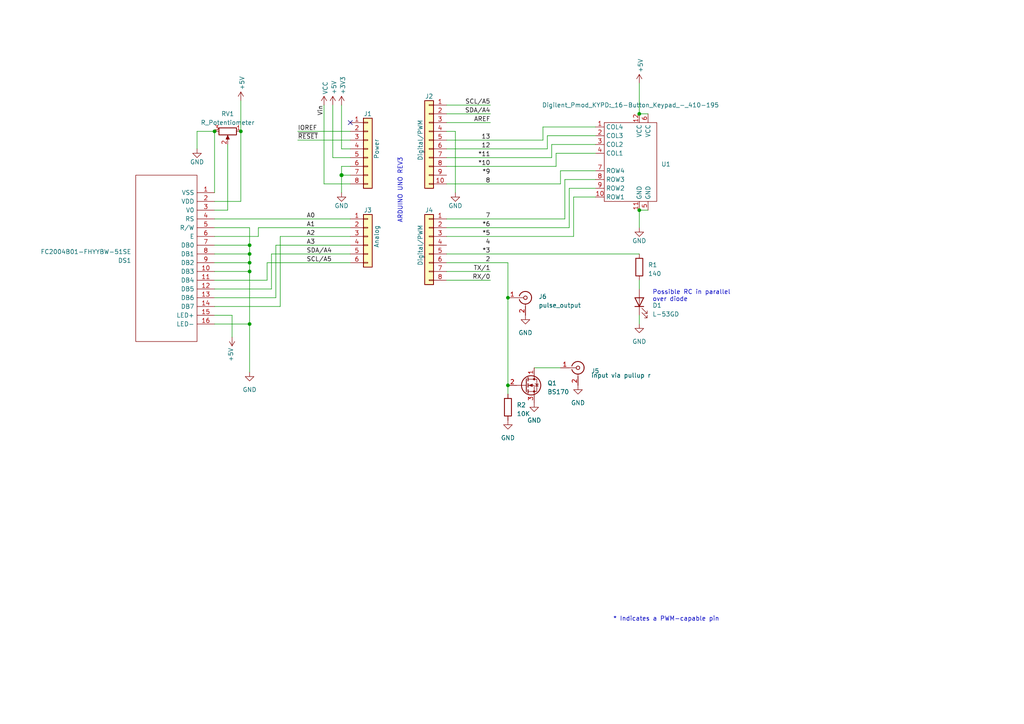
<source format=kicad_sch>
(kicad_sch (version 20230121) (generator eeschema)
  (paper "A4")
  (title_block (date "mar. 31 mars 2015"))
  (lib_symbols
    (symbol "Connector:Conn_Coaxial" (pin_names (offset 1.016) hide)
      (property "Reference" "J" (at 0.254 3.048 0))
      (property "Value" "Conn_Coaxial" (at 2.921 0 90))
      (symbol "Conn_Coaxial_0_1"
        (arc (start -1.778 -0.508) (mid 0.2311 -1.8066) (end 1.778 0) (stroke (width 0.254)))
        (polyline (pts (xy -2.54 0) (xy -0.508 0)))
        (polyline (pts (xy 0 -2.54) (xy 0 -1.778)))
        (circle (center 0 0) (radius 0.508) (stroke (width 0.2032)))
        (arc (start 1.778 0) (mid 0.2099 1.8101) (end -1.778 0.508) (stroke (width 0.254)))
      )
      (symbol "Conn_Coaxial_1_1"
        (pin passive line (at -5.08 0 0) (length 2.54) (name "In") (number "1"))
        (pin passive line (at 0 -5.08 90) (length 2.54) (name "Ext") (number "2"))
      )
    )
    (symbol "Connector_Generic:Conn_01x06" (pin_names (offset 1.016) hide)
      (property "Reference" "J" (at 0 7.62 0))
      (property "Value" "Conn_01x06" (at 0 -10.16 0))
      (symbol "Conn_01x06_1_1"
        (rectangle (start -1.27 -7.493) (end 0 -7.747) (stroke (width 0.1524)))
        (rectangle (start -1.27 -4.953) (end 0 -5.207) (stroke (width 0.1524)))
        (rectangle (start -1.27 -2.413) (end 0 -2.667) (stroke (width 0.1524)))
        (rectangle (start -1.27 0.127) (end 0 -0.127) (stroke (width 0.1524)))
        (rectangle (start -1.27 2.667) (end 0 2.413) (stroke (width 0.1524)))
        (rectangle (start -1.27 5.207) (end 0 4.953) (stroke (width 0.1524)))
        (rectangle (start -1.27 6.35) (end 1.27 -8.89) (stroke (width 0.254)) (fill (type background)))
        (pin passive line (at -5.08 5.08 0) (length 3.81) (name "Pin_1") (number "1"))
        (pin passive line (at -5.08 2.54 0) (length 3.81) (name "Pin_2") (number "2"))
        (pin passive line (at -5.08 0 0) (length 3.81) (name "Pin_3") (number "3"))
        (pin passive line (at -5.08 -2.54 0) (length 3.81) (name "Pin_4") (number "4"))
        (pin passive line (at -5.08 -5.08 0) (length 3.81) (name "Pin_5") (number "5"))
        (pin passive line (at -5.08 -7.62 0) (length 3.81) (name "Pin_6") (number "6"))
      )
    )
    (symbol "Connector_Generic:Conn_01x08" (pin_names (offset 1.016) hide)
      (property "Reference" "J" (at 0 10.16 0))
      (property "Value" "Conn_01x08" (at 0 -12.7 0))
      (symbol "Conn_01x08_1_1"
        (rectangle (start -1.27 -10.033) (end 0 -10.287) (stroke (width 0.1524)))
        (rectangle (start -1.27 -7.493) (end 0 -7.747) (stroke (width 0.1524)))
        (rectangle (start -1.27 -4.953) (end 0 -5.207) (stroke (width 0.1524)))
        (rectangle (start -1.27 -2.413) (end 0 -2.667) (stroke (width 0.1524)))
        (rectangle (start -1.27 0.127) (end 0 -0.127) (stroke (width 0.1524)))
        (rectangle (start -1.27 2.667) (end 0 2.413) (stroke (width 0.1524)))
        (rectangle (start -1.27 5.207) (end 0 4.953) (stroke (width 0.1524)))
        (rectangle (start -1.27 7.747) (end 0 7.493) (stroke (width 0.1524)))
        (rectangle (start -1.27 8.89) (end 1.27 -11.43) (stroke (width 0.254)) (fill (type background)))
        (pin passive line (at -5.08 7.62 0) (length 3.81) (name "Pin_1") (number "1"))
        (pin passive line (at -5.08 5.08 0) (length 3.81) (name "Pin_2") (number "2"))
        (pin passive line (at -5.08 2.54 0) (length 3.81) (name "Pin_3") (number "3"))
        (pin passive line (at -5.08 0 0) (length 3.81) (name "Pin_4") (number "4"))
        (pin passive line (at -5.08 -2.54 0) (length 3.81) (name "Pin_5") (number "5"))
        (pin passive line (at -5.08 -5.08 0) (length 3.81) (name "Pin_6") (number "6"))
        (pin passive line (at -5.08 -7.62 0) (length 3.81) (name "Pin_7") (number "7"))
        (pin passive line (at -5.08 -10.16 0) (length 3.81) (name "Pin_8") (number "8"))
      )
    )
    (symbol "Connector_Generic:Conn_01x10" (pin_names (offset 1.016) hide)
      (property "Reference" "J" (at 0 12.7 0))
      (property "Value" "Conn_01x10" (at 0 -15.24 0))
      (symbol "Conn_01x10_1_1"
        (rectangle (start -1.27 -12.573) (end 0 -12.827) (stroke (width 0.1524)))
        (rectangle (start -1.27 -10.033) (end 0 -10.287) (stroke (width 0.1524)))
        (rectangle (start -1.27 -7.493) (end 0 -7.747) (stroke (width 0.1524)))
        (rectangle (start -1.27 -4.953) (end 0 -5.207) (stroke (width 0.1524)))
        (rectangle (start -1.27 -2.413) (end 0 -2.667) (stroke (width 0.1524)))
        (rectangle (start -1.27 0.127) (end 0 -0.127) (stroke (width 0.1524)))
        (rectangle (start -1.27 2.667) (end 0 2.413) (stroke (width 0.1524)))
        (rectangle (start -1.27 5.207) (end 0 4.953) (stroke (width 0.1524)))
        (rectangle (start -1.27 7.747) (end 0 7.493) (stroke (width 0.1524)))
        (rectangle (start -1.27 10.287) (end 0 10.033) (stroke (width 0.1524)))
        (rectangle (start -1.27 11.43) (end 1.27 -13.97) (stroke (width 0.254)) (fill (type background)))
        (pin passive line (at -5.08 10.16 0) (length 3.81) (name "Pin_1") (number "1"))
        (pin passive line (at -5.08 -12.7 0) (length 3.81) (name "Pin_10") (number "10"))
        (pin passive line (at -5.08 7.62 0) (length 3.81) (name "Pin_2") (number "2"))
        (pin passive line (at -5.08 5.08 0) (length 3.81) (name "Pin_3") (number "3"))
        (pin passive line (at -5.08 2.54 0) (length 3.81) (name "Pin_4") (number "4"))
        (pin passive line (at -5.08 0 0) (length 3.81) (name "Pin_5") (number "5"))
        (pin passive line (at -5.08 -2.54 0) (length 3.81) (name "Pin_6") (number "6"))
        (pin passive line (at -5.08 -5.08 0) (length 3.81) (name "Pin_7") (number "7"))
        (pin passive line (at -5.08 -7.62 0) (length 3.81) (name "Pin_8") (number "8"))
        (pin passive line (at -5.08 -10.16 0) (length 3.81) (name "Pin_9") (number "9"))
      )
    )
    (symbol "Device:LED" (pin_numbers hide) (pin_names (offset 1.016) hide)
      (property "Reference" "D" (at 0 2.54 0))
      (property "Value" "LED" (at 0 -2.54 0))
      (symbol "LED_0_1"
        (polyline (pts (xy -1.27 -1.27) (xy -1.27 1.27)) (stroke (width 0.254)))
        (polyline (pts (xy -1.27 0) (xy 1.27 0)))
        (polyline (pts (xy 1.27 -1.27) (xy 1.27 1.27) (xy -1.27 0) (xy 1.27 -1.27)) (stroke (width 0.254)))
        (polyline (pts (xy -3.048 -0.762) (xy -4.572 -2.286) (xy -3.81 -2.286) (xy -4.572 -2.286) (xy -4.572 -1.524)))
        (polyline (pts (xy -1.778 -0.762) (xy -3.302 -2.286) (xy -2.54 -2.286) (xy -3.302 -2.286) (xy -3.302 -1.524)))
      )
      (symbol "LED_1_1"
        (pin passive line (at -3.81 0 0) (length 2.54) (name "K") (number "1"))
        (pin passive line (at 3.81 0 180) (length 2.54) (name "A") (number "2"))
      )
    )
    (symbol "Device:R" (pin_numbers hide) (pin_names (offset 0))
      (property "Reference" "R" (at 2.032 0 90))
      (property "Value" "R" (at 0 0 90))
      (symbol "R_0_1"
        (rectangle (start -1.016 -2.54) (end 1.016 2.54) (stroke (width 0.254)))
      )
      (symbol "R_1_1"
        (pin passive line (at 0 3.81 270) (length 1.27) (name "~") (number "1"))
        (pin passive line (at 0 -3.81 90) (length 1.27) (name "~") (number "2"))
      )
    )
    (symbol "Device:R_Potentiometer" (pin_names (offset 1.016) hide)
      (property "Reference" "RV" (at -4.445 0 90))
      (property "Value" "R_Potentiometer" (at -2.54 0 90))
      (symbol "R_Potentiometer_0_1"
        (polyline (pts (xy 2.54 0) (xy 1.524 0)))
        (polyline (pts (xy 1.143 0) (xy 2.286 0.508) (xy 2.286 -0.508) (xy 1.143 0)) (fill (type outline)))
        (rectangle (start 1.016 2.54) (end -1.016 -2.54) (stroke (width 0.254)))
      )
      (symbol "R_Potentiometer_1_1"
        (pin passive line (at 0 3.81 270) (length 1.27) (name "1") (number "1"))
        (pin passive line (at 3.81 0 180) (length 1.27) (name "2") (number "2"))
        (pin passive line (at 0 -3.81 90) (length 1.27) (name "3") (number "3"))
      )
    )
    (symbol "Display_Graphic:FC2004B01-FHYYBW-51SE" (pin_names (offset 0.762))
      (property "Reference" "DS" (at 24.13 7.62 0))
      (property "Value" "FC2004B01-FHYYBW-51SE" (at 24.13 5.08 0))
      (symbol "FC2004B01-FHYYBW-51SE_0_0"
        (pin passive line (at 0 -40.64 0) (length 5.08) (name "VSS") (number "1"))
        (pin passive line (at 0 -17.78 0) (length 5.08) (name "DB3") (number "10"))
        (pin passive line (at 0 -15.24 0) (length 5.08) (name "DB4") (number "11"))
        (pin passive line (at 0 -12.7 0) (length 5.08) (name "DB5") (number "12"))
        (pin passive line (at 0 -10.16 0) (length 5.08) (name "DB6") (number "13"))
        (pin passive line (at 0 -7.62 0) (length 5.08) (name "DB7") (number "14"))
        (pin passive line (at 0 -5.08 0) (length 5.08) (name "LED+") (number "15"))
        (pin passive line (at 0 -2.54 0) (length 5.08) (name "LED-") (number "16"))
        (pin passive line (at 0 -38.1 0) (length 5.08) (name "VDD") (number "2"))
        (pin passive line (at 0 -35.56 0) (length 5.08) (name "V0") (number "3"))
        (pin passive line (at 0 -33.02 0) (length 5.08) (name "RS") (number "4"))
        (pin passive line (at 0 -30.48 0) (length 5.08) (name "R/W") (number "5"))
        (pin passive line (at 0 -27.94 0) (length 5.08) (name "E") (number "6"))
        (pin passive line (at 0 -25.4 0) (length 5.08) (name "DB0") (number "7"))
        (pin passive line (at 0 -22.86 0) (length 5.08) (name "DB1") (number "8"))
        (pin passive line (at 0 -20.32 0) (length 5.08) (name "DB2") (number "9"))
      )
      (symbol "FC2004B01-FHYYBW-51SE_0_1"
        (polyline (pts (xy 5.08 2.54) (xy 22.86 2.54) (xy 22.86 -45.72) (xy 5.08 -45.72) (xy 5.08 2.54)) (stroke (width 0.1524)))
      )
    )
    (symbol "GND_1" (power) (pin_names (offset 0))
      (property "Value" "GND_1" (at 0 -3.81 0))
      (symbol "GND_1_0_1"
        (polyline (pts (xy 0 0) (xy 0 -1.27) (xy 1.27 -1.27) (xy 0 -2.54) (xy -1.27 -1.27) (xy 0 -1.27)))
      )
      (symbol "GND_1_1_1"
        (pin power_in line (at 0 0 270) (length 0) hide (name "GND") (number "1"))
      )
    )
    (symbol "GND_2" (power) (pin_names (offset 0))
      (property "Value" "GND_2" (at 0 -3.81 0))
      (symbol "GND_2_0_1"
        (polyline (pts (xy 0 0) (xy 0 -1.27) (xy 1.27 -1.27) (xy 0 -2.54) (xy -1.27 -1.27) (xy 0 -1.27)))
      )
      (symbol "GND_2_1_1"
        (pin power_in line (at 0 0 270) (length 0) hide (name "GND") (number "1"))
      )
    )
    (symbol "GND_3" (power) (pin_names (offset 0))
      (property "Value" "GND_3" (at 0 -3.81 0))
      (symbol "GND_3_0_1"
        (polyline (pts (xy 0 0) (xy 0 -1.27) (xy 1.27 -1.27) (xy 0 -2.54) (xy -1.27 -1.27) (xy 0 -1.27)))
      )
      (symbol "GND_3_1_1"
        (pin power_in line (at 0 0 270) (length 0) hide (name "GND") (number "1"))
      )
    )
    (symbol "GND_4" (power) (pin_names (offset 0))
      (property "Value" "GND_4" (at 0 -3.81 0))
      (symbol "GND_4_0_1"
        (polyline (pts (xy 0 0) (xy 0 -1.27) (xy 1.27 -1.27) (xy 0 -2.54) (xy -1.27 -1.27) (xy 0 -1.27)))
      )
      (symbol "GND_4_1_1"
        (pin power_in line (at 0 0 270) (length 0) hide (name "GND") (number "1"))
      )
    )
    (symbol "GND_5" (power) (pin_names (offset 0))
      (property "Value" "GND_5" (at 0 -3.81 0))
      (symbol "GND_5_0_1"
        (polyline (pts (xy 0 0) (xy 0 -1.27) (xy 1.27 -1.27) (xy 0 -2.54) (xy -1.27 -1.27) (xy 0 -1.27)))
      )
      (symbol "GND_5_1_1"
        (pin power_in line (at 0 0 270) (length 0) hide (name "GND") (number "1"))
      )
    )
    (symbol "Transistor_FET:BS170" (pin_names hide)
      (property "Reference" "Q" (at 5.08 1.905 0))
      (property "Value" "BS170" (at 5.08 0 0))
      (symbol "BS170_0_1"
        (polyline (pts (xy 0.254 0) (xy -2.54 0)))
        (polyline (pts (xy 0.254 1.905) (xy 0.254 -1.905)) (stroke (width 0.254)))
        (polyline (pts (xy 0.762 -1.27) (xy 0.762 -2.286)) (stroke (width 0.254)))
        (polyline (pts (xy 0.762 0.508) (xy 0.762 -0.508)) (stroke (width 0.254)))
        (polyline (pts (xy 0.762 2.286) (xy 0.762 1.27)) (stroke (width 0.254)))
        (polyline (pts (xy 2.54 2.54) (xy 2.54 1.778)))
        (polyline (pts (xy 2.54 -2.54) (xy 2.54 0) (xy 0.762 0)))
        (polyline (pts (xy 0.762 -1.778) (xy 3.302 -1.778) (xy 3.302 1.778) (xy 0.762 1.778)))
        (polyline (pts (xy 1.016 0) (xy 2.032 0.381) (xy 2.032 -0.381) (xy 1.016 0)) (fill (type outline)))
        (polyline (pts (xy 2.794 0.508) (xy 2.921 0.381) (xy 3.683 0.381) (xy 3.81 0.254)))
        (polyline (pts (xy 3.302 0.381) (xy 2.921 -0.254) (xy 3.683 -0.254) (xy 3.302 0.381)))
        (circle (center 1.651 0) (radius 2.794) (stroke (width 0.254)))
        (circle (center 2.54 -1.778) (radius 0.254) (fill (type outline)))
        (circle (center 2.54 1.778) (radius 0.254) (fill (type outline)))
      )
      (symbol "BS170_1_1"
        (pin passive line (at 2.54 5.08 270) (length 2.54) (name "D") (number "1"))
        (pin input line (at -5.08 0 0) (length 2.54) (name "G") (number "2"))
        (pin passive line (at 2.54 -5.08 90) (length 2.54) (name "S") (number "3"))
      )
    )
    (symbol "keypads:Digilent_Pmod_KYPD{colon}_16-Button_Keypad_-_410-195"
      (property "Reference" "U1" (at -8.89 -0.635 0))
      (property "Value" "Digilent_Pmod_KYPD:_16-Button_Keypad_-_410-195" (at 0 3.81 0))
      (symbol "Digilent_Pmod_KYPD{colon}_16-Button_Keypad_-_410-195_0_1"
        (rectangle (start -7.62 11.43) (end 7.62 -11.43))
      )
      (symbol "Digilent_Pmod_KYPD{colon}_16-Button_Keypad_-_410-195_1_1"
        (pin output line (at 10.16 10.16 180) (length 2.54) (name "COL4") (number "1"))
        (pin output line (at 10.16 -10.16 180) (length 2.54) (name "ROW1") (number "10"))
        (pin power_out line (at -2.54 -13.97 90) (length 2.54) (name "GND") (number "11"))
        (pin power_in line (at -2.54 13.97 270) (length 2.54) (name "VCC") (number "12"))
        (pin output line (at 10.16 7.62 180) (length 2.54) (name "COL3") (number "2"))
        (pin output line (at 10.16 5.08 180) (length 2.54) (name "COL2") (number "3"))
        (pin output line (at 10.16 2.54 180) (length 2.54) (name "COL1") (number "4"))
        (pin power_out line (at -5.08 -13.97 90) (length 2.54) (name "GND") (number "5"))
        (pin power_in line (at -5.08 13.97 270) (length 2.54) (name "VCC") (number "6"))
        (pin output line (at 10.16 -2.54 180) (length 2.54) (name "ROW4") (number "7"))
        (pin output line (at 10.16 -5.08 180) (length 2.54) (name "ROW3") (number "8"))
        (pin output line (at 10.16 -7.62 180) (length 2.54) (name "ROW2") (number "9"))
      )
    )
    (symbol "power:+3V3" (power) (pin_names (offset 0))
      (property "Value" "+3V3" (at 0 3.556 0))
      (symbol "+3V3_0_1"
        (polyline (pts (xy -0.762 1.27) (xy 0 2.54)))
        (polyline (pts (xy 0 0) (xy 0 2.54)))
        (polyline (pts (xy 0 2.54) (xy 0.762 1.27)))
      )
      (symbol "+3V3_1_1"
        (pin power_in line (at 0 0 90) (length 0) hide (name "+3V3") (number "1"))
      )
    )
    (symbol "power:+5V" (power) (pin_names (offset 0))
      (property "Value" "+5V" (at 0 3.556 0))
      (symbol "+5V_0_1"
        (polyline (pts (xy -0.762 1.27) (xy 0 2.54)))
        (polyline (pts (xy 0 0) (xy 0 2.54)))
        (polyline (pts (xy 0 2.54) (xy 0.762 1.27)))
      )
      (symbol "+5V_1_1"
        (pin power_in line (at 0 0 90) (length 0) hide (name "+5V") (number "1"))
      )
    )
    (symbol "power:GND" (power) (pin_names (offset 0))
      (property "Value" "GND" (at 0 -3.81 0))
      (symbol "GND_0_1"
        (polyline (pts (xy 0 0) (xy 0 -1.27) (xy 1.27 -1.27) (xy 0 -2.54) (xy -1.27 -1.27) (xy 0 -1.27)))
      )
      (symbol "GND_1_1"
        (pin power_in line (at 0 0 270) (length 0) hide (name "GND") (number "1"))
      )
    )
    (symbol "power:VCC" (power) (pin_names (offset 0))
      (property "Value" "VCC" (at 0 3.81 0))
      (symbol "VCC_0_1"
        (polyline (pts (xy -0.762 1.27) (xy 0 2.54)))
        (polyline (pts (xy 0 0) (xy 0 2.54)))
        (polyline (pts (xy 0 2.54) (xy 0.762 1.27)))
      )
      (symbol "VCC_1_1"
        (pin power_in line (at 0 0 90) (length 0) hide (name "VCC") (number "1"))
      )
    )
  )
  (junction (at 72.39 76.2))
  (junction (at 72.39 71.12))
  (junction (at 72.39 93.98))
  (junction (at 99.06 50.8) (diameter 1.016))
  (junction (at 147.32 111.76))
  (junction (at 147.32 86.36))
  (junction (at 72.39 78.74))
  (junction (at 69.85 38.1))
  (junction (at 72.39 73.66))
  (junction (at 185.42 33.02))
  (junction (at 185.42 60.96))
  (junction (at 62.23 38.1))
  (no_connect (at 101.6 35.56))
  (wire (pts (xy 129.54 81.28) (xy 142.24 81.28)))
  (wire (pts (xy 81.28 88.9) (xy 81.28 68.58)))
  (wire (pts (xy 78.74 73.66) (xy 101.6 73.66)))
  (wire (pts (xy 72.39 76.2) (xy 72.39 78.74)))
  (wire (pts (xy 185.42 81.28) (xy 185.42 83.82)))
  (wire (pts (xy 129.54 30.48) (xy 142.24 30.48)))
  (wire (pts (xy 69.85 29.21) (xy 69.85 38.1)))
  (wire (pts (xy 147.32 76.2) (xy 147.32 86.36)))
  (wire (pts (xy 74.93 68.58) (xy 74.93 66.04)))
  (wire (pts (xy 62.23 68.58) (xy 74.93 68.58)))
  (wire (pts (xy 160.02 45.72) (xy 160.02 41.91)))
  (wire (pts (xy 62.23 71.12) (xy 72.39 71.12)))
  (wire (pts (xy 99.06 48.26) (xy 99.06 50.8)))
  (wire (pts (xy 67.31 91.44) (xy 67.31 97.79)))
  (wire (pts (xy 129.54 68.58) (xy 166.37 68.58)))
  (wire (pts (xy 72.39 78.74) (xy 72.39 93.98)))
  (wire (pts (xy 78.74 83.82) (xy 62.23 83.82)))
  (wire (pts (xy 99.06 50.8) (xy 99.06 55.88)))
  (wire (pts (xy 99.06 43.18) (xy 101.6 43.18)))
  (wire (pts (xy 158.75 43.18) (xy 158.75 39.37)))
  (wire (pts (xy 161.29 44.45) (xy 172.72 44.45)))
  (wire (pts (xy 96.52 45.72) (xy 101.6 45.72)))
  (wire (pts (xy 96.52 30.48) (xy 96.52 45.72)))
  (wire (pts (xy 77.47 81.28) (xy 77.47 76.2)))
  (wire (pts (xy 129.54 40.64) (xy 157.48 40.64)))
  (wire (pts (xy 99.06 30.48) (xy 99.06 43.18)))
  (wire (pts (xy 129.54 63.5) (xy 163.83 63.5)))
  (wire (pts (xy 154.94 106.68) (xy 162.56 106.68)))
  (wire (pts (xy 129.54 43.18) (xy 158.75 43.18)))
  (wire (pts (xy 69.85 38.1) (xy 69.85 58.42)))
  (wire (pts (xy 185.42 91.44) (xy 185.42 93.98)))
  (wire (pts (xy 129.54 66.04) (xy 165.1 66.04)))
  (wire (pts (xy 66.04 41.91) (xy 66.04 60.96)))
  (wire (pts (xy 81.28 88.9) (xy 62.23 88.9)))
  (wire (pts (xy 72.39 66.04) (xy 72.39 71.12)))
  (wire (pts (xy 185.42 33.02) (xy 187.96 33.02)))
  (wire (pts (xy 80.01 71.12) (xy 101.6 71.12)))
  (wire (pts (xy 185.42 66.04) (xy 185.42 60.96)))
  (wire (pts (xy 166.37 57.15) (xy 172.72 57.15)))
  (wire (pts (xy 162.56 49.53) (xy 172.72 49.53)))
  (wire (pts (xy 157.48 36.83) (xy 172.72 36.83)))
  (wire (pts (xy 62.23 78.74) (xy 72.39 78.74)))
  (wire (pts (xy 147.32 86.36) (xy 147.32 111.76)))
  (wire (pts (xy 62.23 93.98) (xy 72.39 93.98)))
  (wire (pts (xy 72.39 93.98) (xy 72.39 107.95)))
  (wire (pts (xy 86.36 38.1) (xy 101.6 38.1)))
  (wire (pts (xy 147.32 111.76) (xy 147.32 114.3)))
  (wire (pts (xy 129.54 73.66) (xy 185.42 73.66)))
  (wire (pts (xy 185.42 24.13) (xy 185.42 33.02)))
  (wire (pts (xy 132.08 38.1) (xy 132.08 55.88)))
  (wire (pts (xy 81.28 68.58) (xy 101.6 68.58)))
  (wire (pts (xy 129.54 35.56) (xy 142.24 35.56)))
  (wire (pts (xy 62.23 73.66) (xy 72.39 73.66)))
  (wire (pts (xy 157.48 40.64) (xy 157.48 36.83)))
  (wire (pts (xy 57.15 38.1) (xy 57.15 43.18)))
  (wire (pts (xy 86.36 40.64) (xy 101.6 40.64)))
  (wire (pts (xy 101.6 50.8) (xy 99.06 50.8)))
  (wire (pts (xy 163.83 52.07) (xy 172.72 52.07)))
  (wire (pts (xy 129.54 48.26) (xy 161.29 48.26)))
  (wire (pts (xy 72.39 71.12) (xy 72.39 73.66)))
  (wire (pts (xy 80.01 86.36) (xy 62.23 86.36)))
  (wire (pts (xy 101.6 53.34) (xy 93.98 53.34)))
  (wire (pts (xy 77.47 76.2) (xy 101.6 76.2)))
  (wire (pts (xy 185.42 60.96) (xy 187.96 60.96)))
  (wire (pts (xy 62.23 38.1) (xy 62.23 55.88)))
  (wire (pts (xy 62.23 91.44) (xy 67.31 91.44)))
  (wire (pts (xy 129.54 38.1) (xy 132.08 38.1)))
  (wire (pts (xy 165.1 66.04) (xy 165.1 54.61)))
  (wire (pts (xy 101.6 48.26) (xy 99.06 48.26)))
  (wire (pts (xy 165.1 54.61) (xy 172.72 54.61)))
  (wire (pts (xy 129.54 45.72) (xy 160.02 45.72)))
  (wire (pts (xy 158.75 39.37) (xy 172.72 39.37)))
  (wire (pts (xy 163.83 63.5) (xy 163.83 52.07)))
  (wire (pts (xy 77.47 81.28) (xy 62.23 81.28)))
  (wire (pts (xy 62.23 76.2) (xy 72.39 76.2)))
  (wire (pts (xy 62.23 38.1) (xy 57.15 38.1)))
  (wire (pts (xy 62.23 60.96) (xy 66.04 60.96)))
  (wire (pts (xy 62.23 66.04) (xy 72.39 66.04)))
  (wire (pts (xy 72.39 73.66) (xy 72.39 76.2)))
  (wire (pts (xy 78.74 83.82) (xy 78.74 73.66)))
  (wire (pts (xy 162.56 53.34) (xy 162.56 49.53)))
  (wire (pts (xy 129.54 33.02) (xy 142.24 33.02)))
  (wire (pts (xy 74.93 66.04) (xy 101.6 66.04)))
  (wire (pts (xy 129.54 76.2) (xy 147.32 76.2)))
  (wire (pts (xy 62.23 58.42) (xy 69.85 58.42)))
  (wire (pts (xy 161.29 48.26) (xy 161.29 44.45)))
  (wire (pts (xy 166.37 68.58) (xy 166.37 57.15)))
  (wire (pts (xy 160.02 41.91) (xy 172.72 41.91)))
  (wire (pts (xy 62.23 63.5) (xy 101.6 63.5)))
  (wire (pts (xy 80.01 86.36) (xy 80.01 71.12)))
  (wire (pts (xy 129.54 78.74) (xy 142.24 78.74)))
  (wire (pts (xy 93.98 53.34) (xy 93.98 30.48)))
  (wire (pts (xy 129.54 53.34) (xy 162.56 53.34)))
  (text "ARDUINO UNO REV3\n" (at 116.84 64.77 90) (effects (font (size 1.27 1.27)) (justify left bottom)))
  (text "Possible RC in parallel\nover diode" (at 189.23 87.63 0) (effects (font (size 1.27 1.27)) (justify left bottom)))
  (text "* Indicates a PWM-capable pin" (at 177.8 180.34 0) (effects (font (size 1.27 1.27)) (justify left bottom)))
  (label "RX{slash}0" (at 142.24 81.28 180))
  (label "A2" (at 88.9 68.58 0))
  (label "4" (at 142.24 71.12 180))
  (label "2" (at 142.24 76.2 180))
  (label "A3" (at 88.9 71.12 0))
  (label "13" (at 142.24 40.64 180))
  (label "12" (at 142.24 43.18 180))
  (label "~{RESET}" (at 86.36 40.64 0))
  (label "*10" (at 142.24 48.26 180))
  (label "7" (at 142.24 63.5 180))
  (label "SDA{slash}A4" (at 142.24 33.02 180))
  (label "8" (at 142.24 53.34 180))
  (label "*11" (at 142.24 45.72 180))
  (label "*3" (at 142.24 73.66 180))
  (label "A1" (at 88.9 66.04 0))
  (label "TX{slash}1" (at 142.24 78.74 180))
  (label "A0" (at 88.9 63.5 0))
  (label "AREF" (at 142.24 35.56 180))
  (label "Vin" (at 93.98 30.48 270))
  (label "*6" (at 142.24 66.04 180))
  (label "SCL{slash}A5" (at 142.24 30.48 180))
  (label "*9" (at 142.24 50.8 180))
  (label "*5" (at 142.24 68.58 180))
  (label "IOREF" (at 86.36 38.1 0))
  (label "SDA{slash}A4" (at 88.9 73.66 0))
  (label "SCL{slash}A5" (at 88.9 76.2 0))
  (symbol (lib_id "Connector_Generic:Conn_01x08") (at 106.68 43.18 0) (unit 1)
    (property "Reference" "J1" (at 106.68 33.02 0))
    (property "Value" "Power" (at 109.22 43.18 90))
    (property "Footprint" "Connector_PinSocket_2.54mm:PinSocket_1x08_P2.54mm_Vertical" (effects hide))
  )
  (symbol (lib_id "power:+3V3") (at 99.06 30.48 0) (unit 1)
    (property "Reference" "#PWR03" (effects hide))
    (property "Value" "+3.3V" (at 99.441 27.432 90) (effects (justify left)))
  )
  (symbol (lib_id "power:+5V") (at 96.52 30.48 0) (unit 1)
    (property "Reference" "#PWR02" (effects hide))
    (property "Value" "+5V" (at 96.8756 27.432 90) (effects (justify left)))
  )
  (symbol (lib_id "power:GND") (at 99.06 55.88 0) (unit 1)
    (property "Reference" "#PWR04" (effects hide))
    (property "Value" "GND" (at 99.06 59.69 0))
  )
  (symbol (lib_id "Connector_Generic:Conn_01x10") (at 124.46 40.64 0) (mirror y) (unit 1)
    (property "Reference" "J2" (at 124.46 27.94 0))
    (property "Value" "Digital/PWM" (at 121.92 40.64 90))
    (property "Footprint" "Connector_PinSocket_2.54mm:PinSocket_1x10_P2.54mm_Vertical" (effects hide))
  )
  (symbol (lib_id "power:GND") (at 132.08 55.88 0) (unit 1)
    (property "Reference" "#PWR05" (effects hide))
    (property "Value" "GND" (at 132.08 59.69 0))
  )
  (symbol (lib_id "Connector_Generic:Conn_01x06") (at 106.68 68.58 0) (unit 1)
    (property "Reference" "J3" (at 106.68 60.96 0))
    (property "Value" "Analog" (at 109.22 68.58 90))
    (property "Footprint" "Connector_PinSocket_2.54mm:PinSocket_1x06_P2.54mm_Vertical" (effects hide))
  )
  (symbol (lib_id "Connector_Generic:Conn_01x08") (at 124.46 71.12 0) (mirror y) (unit 1)
    (property "Reference" "J4" (at 124.46 60.96 0))
    (property "Value" "Digital/PWM" (at 121.92 71.12 90))
    (property "Footprint" "Connector_PinSocket_2.54mm:PinSocket_1x08_P2.54mm_Vertical" (effects hide))
  )
  (symbol (lib_name "GND_2") (lib_id "power:GND") (at 152.4 91.44 0) (unit 1)
    (property "Reference" "#PWR07" (effects hide))
    (property "Value" "GND" (at 152.4 96.52 0))
  )
  (symbol (lib_id "Connector:Conn_Coaxial") (at 152.4 86.36 0) (unit 1)
    (property "Reference" "J6" (at 156.21 86.0182 0) (effects (justify left)))
    (property "Value" "pulse_output" (at 156.21 88.5582 0) (effects (justify left)))
    (property "Footprint" "Connector_Coaxial:BNC_Molex_73100-0154-Horizontal" (effects hide))
    (property "Datasheet" " ~" (effects hide))
  )
  (symbol (lib_name "GND_5") (lib_id "power:GND") (at 147.32 121.92 0) (unit 1)
    (property "Reference" "#PWR010" (effects hide))
    (property "Value" "GND" (at 147.32 127 0))
  )
  (symbol (lib_id "power:VCC") (at 93.98 30.48 0) (unit 1)
    (property "Reference" "#PWR01" (effects hide))
    (property "Value" "VCC" (at 94.361 27.432 90) (effects (justify left)))
  )
  (symbol (lib_id "Device:R") (at 185.42 77.47 0) (unit 1)
    (property "Reference" "R1" (at 187.96 76.835 0) (effects (justify left)))
    (property "Value" "140" (at 187.96 79.375 0) (effects (justify left)))
  )
  (symbol (lib_id "Device:LED") (at 185.42 87.63 90) (unit 1)
    (property "Reference" "D1" (at 189.23 88.5825 90) (effects (justify right)))
    (property "Value" "L-53GD" (at 189.23 91.1225 90) (effects (justify right)))
    (property "Datasheet" "https://docs.rs-online.com/4066/0900766b8151e408.pdf" (effects hide))
  )
  (symbol (lib_id "keypads:Digilent_Pmod_KYPD{colon}_16-Button_Keypad_-_410-195") (at 182.88 46.99 0) (mirror y) (unit 1)
    (property "Reference" "U1" (at 191.77 47.625 0) (effects (justify right)))
    (property "Value" "Digilent_Pmod_KYPD:_16-Button_Keypad_-_410-195" (at 182.88 30.48 0))
    (property "Footprint" "Connector_PinHeader_2.54mm:PinHeader_2x06_P2.54mm_Vertical_Button_Keypad-410-195" (effects hide))
    (property "Datasheet" "https://digilent.com/reference/pmod/pmodkypd/start?redirect=1" (effects hide))
  )
  (symbol (lib_id "power:GND") (at 57.15 43.18 0) (unit 1)
    (property "Reference" "#PWR014" (effects hide))
    (property "Value" "GND" (at 57.15 46.99 0))
  )
  (symbol (lib_id "Device:R") (at 147.32 118.11 0) (unit 1)
    (property "Reference" "R2" (at 149.86 117.475 0) (effects (justify left)))
    (property "Value" "10K" (at 149.86 120.015 0) (effects (justify left)))
  )
  (symbol (lib_id "power:+5V") (at 185.42 24.13 0) (unit 1)
    (property "Reference" "#PWR016" (effects hide))
    (property "Value" "+5V" (at 185.7756 21.082 90) (effects (justify left)))
  )
  (symbol (lib_id "Transistor_FET:BS170") (at 152.4 111.76 0) (unit 1)
    (property "Reference" "Q1" (at 158.75 111.125 0) (effects (justify left)))
    (property "Value" "BS170" (at 158.75 113.665 0) (effects (justify left)))
    (property "Footprint" "Package_TO_SOT_THT:TO-92_Inline" (effects hide))
    (property "Datasheet" "https://www.onsemi.com/pub/Collateral/BS170-D.PDF" (effects hide))
  )
  (symbol (lib_id "Device:R_Potentiometer") (at 66.04 38.1 270) (unit 1)
    (property "Reference" "RV1" (at 66.04 33.02 90))
    (property "Value" "R_Potentiometer" (at 66.04 35.56 90))
  )
  (symbol (lib_name "GND_3") (lib_id "power:GND") (at 167.64 111.76 0) (unit 1)
    (property "Reference" "#PWR08" (effects hide))
    (property "Value" "GND" (at 167.64 116.84 0))
  )
  (symbol (lib_name "GND_2") (lib_id "power:GND") (at 72.39 107.95 0) (unit 1)
    (property "Reference" "#PWR011" (effects hide))
    (property "Value" "GND" (at 72.39 113.03 0))
  )
  (symbol (lib_id "power:GND") (at 185.42 66.04 0) (unit 1)
    (property "Reference" "#PWR015" (effects hide))
    (property "Value" "GND" (at 185.42 69.85 0))
  )
  (symbol (lib_id "power:+5V") (at 67.31 97.79 180) (unit 1)
    (property "Reference" "#PWR012" (effects hide))
    (property "Value" "+5V" (at 66.9544 100.838 90) (effects (justify left)))
  )
  (symbol (lib_id "Connector:Conn_Coaxial") (at 167.64 106.68 0) (unit 1)
    (property "Reference" "J5" (at 171.45 107.6082 0) (effects (justify left)))
    (property "Value" "input via pullup r" (at 171.45 108.8782 0) (effects (justify left)))
    (property "Footprint" "Connector_Coaxial:BNC_Molex_73100-0154-Horizontal" (effects hide))
    (property "Datasheet" " ~" (effects hide))
  )
  (symbol (lib_id "power:+5V") (at 69.85 29.21 0) (unit 1)
    (property "Reference" "#PWR013" (effects hide))
    (property "Value" "+5V" (at 70.2056 26.162 90) (effects (justify left)))
  )
  (symbol (lib_name "GND_1") (lib_id "power:GND") (at 185.42 93.98 0) (unit 1)
    (property "Reference" "#PWR06" (effects hide))
    (property "Value" "GND" (at 185.42 99.06 0))
  )
  (symbol (lib_id "Display_Graphic:FC2004B01-FHYYBW-51SE") (at 62.23 96.52 180) (unit 1)
    (property "Reference" "DS1" (at 38.1 75.565 0) (effects (justify left)))
    (property "Value" "FC2004B01-FHYYBW-51SE" (at 38.1 73.025 0) (effects (justify left)))
    (property "Footprint" "Connector_PinHeader_2.54mm:PinHeader_1x16_P2.54mm_Vertical" (effects hide))
    (property "Datasheet" "https://es.rs-online.com/web/p/displays-monocromos-lcd/1253302" (effects hide))
    (property "Description" "4X20 CHARACTER CHIP-ON-BOARD LCD" (effects hide))
    (property "Height" "25\n" (effects hide))
    (property "Manufacturer_Name" "FORDATA" (effects hide))
    (property "Manufacturer_Part_Number" "FC2004B01-FHYYBW-51SE" (effects hide))
  )
  (symbol (lib_name "GND_4") (lib_id "power:GND") (at 154.94 116.84 0) (unit 1)
    (property "Reference" "#PWR09" (effects hide))
    (property "Value" "GND" (at 154.94 121.92 0))
  )
)
</source>
